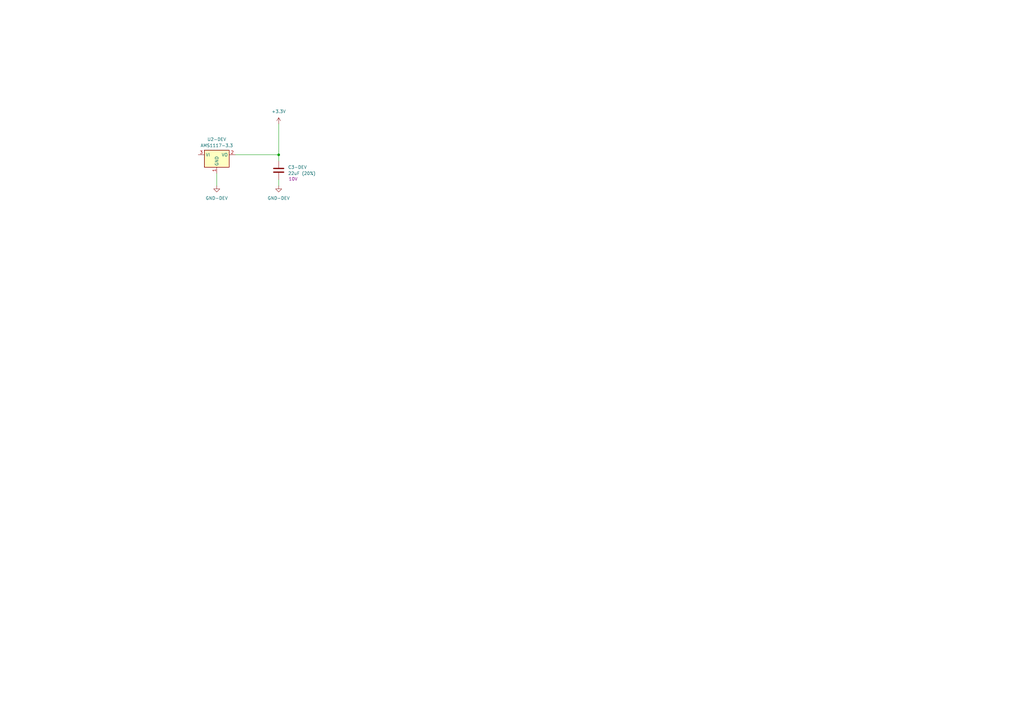
<source format=kicad_sch>
(kicad_sch
	(version 20250114)
	(generator "eeschema")
	(generator_version "9.0")
	(uuid "34940a3d-95b1-4d7d-935b-fbe52b3ef19b")
	(paper "A3")
	(title_block
		(title "ESP32-DevKit-C Power")
		(rev "0")
	)
	(lib_symbols
		(symbol "Device:C"
			(pin_numbers
				(hide yes)
			)
			(pin_names
				(offset 0.254)
			)
			(exclude_from_sim no)
			(in_bom yes)
			(on_board yes)
			(property "Reference" "C"
				(at 0.635 2.54 0)
				(effects
					(font
						(size 1.27 1.27)
					)
					(justify left)
				)
			)
			(property "Value" "C"
				(at 0.635 -2.54 0)
				(effects
					(font
						(size 1.27 1.27)
					)
					(justify left)
				)
			)
			(property "Footprint" ""
				(at 0.9652 -3.81 0)
				(effects
					(font
						(size 1.27 1.27)
					)
					(hide yes)
				)
			)
			(property "Datasheet" "~"
				(at 0 0 0)
				(effects
					(font
						(size 1.27 1.27)
					)
					(hide yes)
				)
			)
			(property "Description" "Unpolarized capacitor"
				(at 0 0 0)
				(effects
					(font
						(size 1.27 1.27)
					)
					(hide yes)
				)
			)
			(property "ki_keywords" "cap capacitor"
				(at 0 0 0)
				(effects
					(font
						(size 1.27 1.27)
					)
					(hide yes)
				)
			)
			(property "ki_fp_filters" "C_*"
				(at 0 0 0)
				(effects
					(font
						(size 1.27 1.27)
					)
					(hide yes)
				)
			)
			(symbol "C_0_1"
				(polyline
					(pts
						(xy -2.032 0.762) (xy 2.032 0.762)
					)
					(stroke
						(width 0.508)
						(type default)
					)
					(fill
						(type none)
					)
				)
				(polyline
					(pts
						(xy -2.032 -0.762) (xy 2.032 -0.762)
					)
					(stroke
						(width 0.508)
						(type default)
					)
					(fill
						(type none)
					)
				)
			)
			(symbol "C_1_1"
				(pin passive line
					(at 0 3.81 270)
					(length 2.794)
					(name "~"
						(effects
							(font
								(size 1.27 1.27)
							)
						)
					)
					(number "1"
						(effects
							(font
								(size 1.27 1.27)
							)
						)
					)
				)
				(pin passive line
					(at 0 -3.81 90)
					(length 2.794)
					(name "~"
						(effects
							(font
								(size 1.27 1.27)
							)
						)
					)
					(number "2"
						(effects
							(font
								(size 1.27 1.27)
							)
						)
					)
				)
			)
			(embedded_fonts no)
		)
		(symbol "Regulator_Linear:AMS1117-3.3"
			(exclude_from_sim no)
			(in_bom yes)
			(on_board yes)
			(property "Reference" "U"
				(at -3.81 3.175 0)
				(effects
					(font
						(size 1.27 1.27)
					)
				)
			)
			(property "Value" "AMS1117-3.3"
				(at 0 3.175 0)
				(effects
					(font
						(size 1.27 1.27)
					)
					(justify left)
				)
			)
			(property "Footprint" "Package_TO_SOT_SMD:SOT-223-3_TabPin2"
				(at 0 5.08 0)
				(effects
					(font
						(size 1.27 1.27)
					)
					(hide yes)
				)
			)
			(property "Datasheet" "http://www.advanced-monolithic.com/pdf/ds1117.pdf"
				(at 2.54 -6.35 0)
				(effects
					(font
						(size 1.27 1.27)
					)
					(hide yes)
				)
			)
			(property "Description" "1A Low Dropout regulator, positive, 3.3V fixed output, SOT-223"
				(at 0 0 0)
				(effects
					(font
						(size 1.27 1.27)
					)
					(hide yes)
				)
			)
			(property "ki_keywords" "linear regulator ldo fixed positive"
				(at 0 0 0)
				(effects
					(font
						(size 1.27 1.27)
					)
					(hide yes)
				)
			)
			(property "ki_fp_filters" "SOT?223*TabPin2*"
				(at 0 0 0)
				(effects
					(font
						(size 1.27 1.27)
					)
					(hide yes)
				)
			)
			(symbol "AMS1117-3.3_0_1"
				(rectangle
					(start -5.08 -5.08)
					(end 5.08 1.905)
					(stroke
						(width 0.254)
						(type default)
					)
					(fill
						(type background)
					)
				)
			)
			(symbol "AMS1117-3.3_1_1"
				(pin power_in line
					(at -7.62 0 0)
					(length 2.54)
					(name "VI"
						(effects
							(font
								(size 1.27 1.27)
							)
						)
					)
					(number "3"
						(effects
							(font
								(size 1.27 1.27)
							)
						)
					)
				)
				(pin power_in line
					(at 0 -7.62 90)
					(length 2.54)
					(name "GND"
						(effects
							(font
								(size 1.27 1.27)
							)
						)
					)
					(number "1"
						(effects
							(font
								(size 1.27 1.27)
							)
						)
					)
				)
				(pin power_out line
					(at 7.62 0 180)
					(length 2.54)
					(name "VO"
						(effects
							(font
								(size 1.27 1.27)
							)
						)
					)
					(number "2"
						(effects
							(font
								(size 1.27 1.27)
							)
						)
					)
				)
			)
			(embedded_fonts no)
		)
		(symbol "power:+3.3V"
			(power)
			(pin_numbers
				(hide yes)
			)
			(pin_names
				(offset 0)
				(hide yes)
			)
			(exclude_from_sim no)
			(in_bom yes)
			(on_board yes)
			(property "Reference" "#PWR"
				(at 0 -3.81 0)
				(effects
					(font
						(size 1.27 1.27)
					)
					(hide yes)
				)
			)
			(property "Value" "+3.3V"
				(at 0 3.556 0)
				(effects
					(font
						(size 1.27 1.27)
					)
				)
			)
			(property "Footprint" ""
				(at 0 0 0)
				(effects
					(font
						(size 1.27 1.27)
					)
					(hide yes)
				)
			)
			(property "Datasheet" ""
				(at 0 0 0)
				(effects
					(font
						(size 1.27 1.27)
					)
					(hide yes)
				)
			)
			(property "Description" "Power symbol creates a global label with name \"+3.3V\""
				(at 0 0 0)
				(effects
					(font
						(size 1.27 1.27)
					)
					(hide yes)
				)
			)
			(property "ki_keywords" "global power"
				(at 0 0 0)
				(effects
					(font
						(size 1.27 1.27)
					)
					(hide yes)
				)
			)
			(symbol "+3.3V_0_1"
				(polyline
					(pts
						(xy -0.762 1.27) (xy 0 2.54)
					)
					(stroke
						(width 0)
						(type default)
					)
					(fill
						(type none)
					)
				)
				(polyline
					(pts
						(xy 0 2.54) (xy 0.762 1.27)
					)
					(stroke
						(width 0)
						(type default)
					)
					(fill
						(type none)
					)
				)
				(polyline
					(pts
						(xy 0 0) (xy 0 2.54)
					)
					(stroke
						(width 0)
						(type default)
					)
					(fill
						(type none)
					)
				)
			)
			(symbol "+3.3V_1_1"
				(pin power_in line
					(at 0 0 90)
					(length 0)
					(name "~"
						(effects
							(font
								(size 1.27 1.27)
							)
						)
					)
					(number "1"
						(effects
							(font
								(size 1.27 1.27)
							)
						)
					)
				)
			)
			(embedded_fonts no)
		)
		(symbol "power:GND"
			(power)
			(pin_numbers
				(hide yes)
			)
			(pin_names
				(offset 0)
				(hide yes)
			)
			(exclude_from_sim no)
			(in_bom yes)
			(on_board yes)
			(property "Reference" "#PWR"
				(at 0 -6.35 0)
				(effects
					(font
						(size 1.27 1.27)
					)
					(hide yes)
				)
			)
			(property "Value" "GND"
				(at 0 -3.81 0)
				(effects
					(font
						(size 1.27 1.27)
					)
				)
			)
			(property "Footprint" ""
				(at 0 0 0)
				(effects
					(font
						(size 1.27 1.27)
					)
					(hide yes)
				)
			)
			(property "Datasheet" ""
				(at 0 0 0)
				(effects
					(font
						(size 1.27 1.27)
					)
					(hide yes)
				)
			)
			(property "Description" "Power symbol creates a global label with name \"GND\" , ground"
				(at 0 0 0)
				(effects
					(font
						(size 1.27 1.27)
					)
					(hide yes)
				)
			)
			(property "ki_keywords" "global power"
				(at 0 0 0)
				(effects
					(font
						(size 1.27 1.27)
					)
					(hide yes)
				)
			)
			(symbol "GND_0_1"
				(polyline
					(pts
						(xy 0 0) (xy 0 -1.27) (xy 1.27 -1.27) (xy 0 -2.54) (xy -1.27 -1.27) (xy 0 -1.27)
					)
					(stroke
						(width 0)
						(type default)
					)
					(fill
						(type none)
					)
				)
			)
			(symbol "GND_1_1"
				(pin power_in line
					(at 0 0 270)
					(length 0)
					(name "~"
						(effects
							(font
								(size 1.27 1.27)
							)
						)
					)
					(number "1"
						(effects
							(font
								(size 1.27 1.27)
							)
						)
					)
				)
			)
			(embedded_fonts no)
		)
	)
	(junction
		(at 114.3 63.5)
		(diameter 0)
		(color 0 0 0 0)
		(uuid "49c3a1aa-f198-4403-85cd-244c624c8a8a")
	)
	(wire
		(pts
			(xy 114.3 50.8) (xy 114.3 63.5)
		)
		(stroke
			(width 0)
			(type default)
		)
		(uuid "1a3916f0-13f4-4102-a204-fa1c7f818012")
	)
	(wire
		(pts
			(xy 114.3 73.66) (xy 114.3 76.2)
		)
		(stroke
			(width 0)
			(type default)
		)
		(uuid "4cb41447-d9a8-4a20-a654-bd80b22164c2")
	)
	(wire
		(pts
			(xy 114.3 66.04) (xy 114.3 63.5)
		)
		(stroke
			(width 0)
			(type default)
		)
		(uuid "7caf6ab4-1bbe-44f4-9a20-eb040b3d79aa")
	)
	(wire
		(pts
			(xy 88.9 71.12) (xy 88.9 76.2)
		)
		(stroke
			(width 0)
			(type default)
		)
		(uuid "876bc202-9bb1-4dea-a6c3-51e5839d5e6c")
	)
	(wire
		(pts
			(xy 96.52 63.5) (xy 114.3 63.5)
		)
		(stroke
			(width 0)
			(type default)
		)
		(uuid "a15bf22e-4cba-49fd-bdb9-645bed34a756")
	)
	(symbol
		(lib_id "Device:C")
		(at 114.3 69.85 0)
		(unit 1)
		(exclude_from_sim no)
		(in_bom yes)
		(on_board yes)
		(dnp no)
		(uuid "2b43482f-4026-4233-bf03-2085c790894c")
		(property "Reference" "C3-DEV"
			(at 118.11 68.5799 0)
			(effects
				(font
					(size 1.27 1.27)
				)
				(justify left)
			)
		)
		(property "Value" "22uF (20%)"
			(at 118.11 71.1199 0)
			(effects
				(font
					(size 1.27 1.27)
				)
				(justify left)
			)
		)
		(property "Footprint" ""
			(at 115.2652 73.66 0)
			(effects
				(font
					(size 1.27 1.27)
				)
				(hide yes)
			)
		)
		(property "Datasheet" "~"
			(at 114.3 69.85 0)
			(effects
				(font
					(size 1.27 1.27)
				)
				(hide yes)
			)
		)
		(property "Description" "10V"
			(at 118.364 73.406 0)
			(effects
				(font
					(size 1.27 1.27)
				)
				(justify left)
			)
		)
		(pin "2"
			(uuid "952fe1b8-6031-4222-bc14-9f31d3d4ce0c")
		)
		(pin "1"
			(uuid "43e0ef69-834f-456e-98c5-119a59b604ba")
		)
		(instances
			(project ""
				(path "/34940a3d-95b1-4d7d-935b-fbe52b3ef19b"
					(reference "C3-DEV")
					(unit 1)
				)
			)
		)
	)
	(symbol
		(lib_id "power:GND")
		(at 114.3 76.2 0)
		(unit 1)
		(exclude_from_sim no)
		(in_bom yes)
		(on_board yes)
		(dnp no)
		(fields_autoplaced yes)
		(uuid "4297b40e-33df-43fd-addf-d9f2a7395198")
		(property "Reference" "#PWR02"
			(at 114.3 82.55 0)
			(effects
				(font
					(size 1.27 1.27)
				)
				(hide yes)
			)
		)
		(property "Value" "GND-DEV"
			(at 114.3 81.28 0)
			(effects
				(font
					(size 1.27 1.27)
				)
			)
		)
		(property "Footprint" ""
			(at 114.3 76.2 0)
			(effects
				(font
					(size 1.27 1.27)
				)
				(hide yes)
			)
		)
		(property "Datasheet" ""
			(at 114.3 76.2 0)
			(effects
				(font
					(size 1.27 1.27)
				)
				(hide yes)
			)
		)
		(property "Description" "Power symbol creates a global label with name \"GND\" , ground"
			(at 114.3 76.2 0)
			(effects
				(font
					(size 1.27 1.27)
				)
				(hide yes)
			)
		)
		(pin "1"
			(uuid "4bc2256d-fdac-493e-ae03-3c967e542267")
		)
		(instances
			(project ""
				(path "/34940a3d-95b1-4d7d-935b-fbe52b3ef19b"
					(reference "#PWR02")
					(unit 1)
				)
			)
		)
	)
	(symbol
		(lib_id "power:+3.3V")
		(at 114.3 50.8 0)
		(unit 1)
		(exclude_from_sim no)
		(in_bom no)
		(on_board yes)
		(dnp no)
		(fields_autoplaced yes)
		(uuid "59037c6f-82ee-461e-b35f-fcb382cf3048")
		(property "Reference" "#PWR01"
			(at 114.3 54.61 0)
			(effects
				(font
					(size 1.27 1.27)
				)
				(hide yes)
			)
		)
		(property "Value" "+3.3V"
			(at 114.3 45.72 0)
			(effects
				(font
					(size 1.27 1.27)
				)
			)
		)
		(property "Footprint" ""
			(at 114.3 50.8 0)
			(effects
				(font
					(size 1.27 1.27)
				)
				(hide yes)
			)
		)
		(property "Datasheet" ""
			(at 114.3 50.8 0)
			(effects
				(font
					(size 1.27 1.27)
				)
				(hide yes)
			)
		)
		(property "Description" "Power symbol creates a global label with name \"+3.3V\""
			(at 114.3 50.8 0)
			(effects
				(font
					(size 1.27 1.27)
				)
				(hide yes)
			)
		)
		(pin "1"
			(uuid "04d15736-dca7-4bc2-9ba6-f169968b69db")
		)
		(instances
			(project ""
				(path "/34940a3d-95b1-4d7d-935b-fbe52b3ef19b"
					(reference "#PWR01")
					(unit 1)
				)
			)
		)
	)
	(symbol
		(lib_id "power:GND")
		(at 88.9 76.2 0)
		(unit 1)
		(exclude_from_sim no)
		(in_bom yes)
		(on_board yes)
		(dnp no)
		(fields_autoplaced yes)
		(uuid "747fe938-1b9f-4ab4-a588-9efebb7e6302")
		(property "Reference" "#PWR03"
			(at 88.9 82.55 0)
			(effects
				(font
					(size 1.27 1.27)
				)
				(hide yes)
			)
		)
		(property "Value" "GND-DEV"
			(at 88.9 81.28 0)
			(effects
				(font
					(size 1.27 1.27)
				)
			)
		)
		(property "Footprint" ""
			(at 88.9 76.2 0)
			(effects
				(font
					(size 1.27 1.27)
				)
				(hide yes)
			)
		)
		(property "Datasheet" ""
			(at 88.9 76.2 0)
			(effects
				(font
					(size 1.27 1.27)
				)
				(hide yes)
			)
		)
		(property "Description" "Power symbol creates a global label with name \"GND\" , ground"
			(at 88.9 76.2 0)
			(effects
				(font
					(size 1.27 1.27)
				)
				(hide yes)
			)
		)
		(pin "1"
			(uuid "9a58a1c0-ad2e-4786-bbad-d0a9bc402c5f")
		)
		(instances
			(project ""
				(path "/34940a3d-95b1-4d7d-935b-fbe52b3ef19b"
					(reference "#PWR03")
					(unit 1)
				)
			)
		)
	)
	(symbol
		(lib_id "Regulator_Linear:AMS1117-3.3")
		(at 88.9 63.5 0)
		(unit 1)
		(exclude_from_sim no)
		(in_bom yes)
		(on_board yes)
		(dnp no)
		(fields_autoplaced yes)
		(uuid "9d354573-20c4-40b7-accd-83cec6ea7bb7")
		(property "Reference" "U2-DEV"
			(at 88.9 57.15 0)
			(effects
				(font
					(size 1.27 1.27)
				)
			)
		)
		(property "Value" "AMS1117-3.3"
			(at 88.9 59.69 0)
			(effects
				(font
					(size 1.27 1.27)
				)
			)
		)
		(property "Footprint" "Package_TO_SOT_SMD:SOT-223-3_TabPin2"
			(at 88.9 58.42 0)
			(effects
				(font
					(size 1.27 1.27)
				)
				(hide yes)
			)
		)
		(property "Datasheet" "http://www.advanced-monolithic.com/pdf/ds1117.pdf"
			(at 91.44 69.85 0)
			(effects
				(font
					(size 1.27 1.27)
				)
				(hide yes)
			)
		)
		(property "Description" "1A Low Dropout regulator, positive, 3.3V fixed output, SOT-223"
			(at 88.9 63.5 0)
			(effects
				(font
					(size 1.27 1.27)
				)
				(hide yes)
			)
		)
		(pin "3"
			(uuid "862ceef5-d12c-47e2-9d13-3efb664efd59")
		)
		(pin "2"
			(uuid "f643ebe8-c0ba-4307-b1c3-34d3ddc0fa25")
		)
		(pin "1"
			(uuid "4a959e32-cbd0-45ac-86d1-c59555bd4054")
		)
		(instances
			(project ""
				(path "/34940a3d-95b1-4d7d-935b-fbe52b3ef19b"
					(reference "U2-DEV")
					(unit 1)
				)
			)
		)
	)
	(sheet_instances
		(path "/"
			(page "1")
		)
	)
	(embedded_fonts no)
)

</source>
